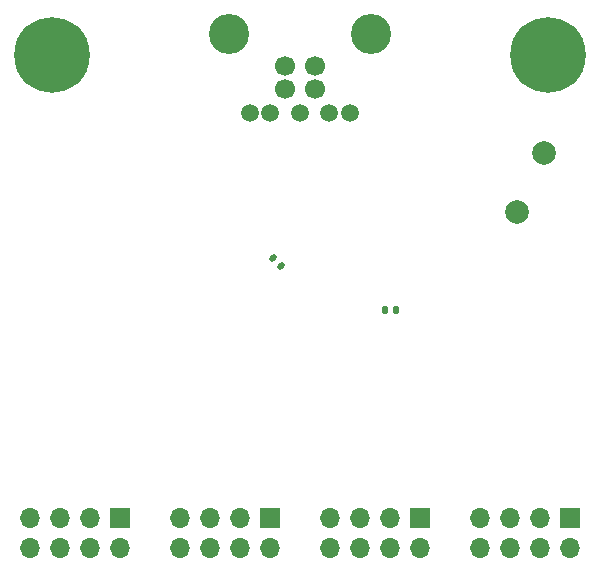
<source format=gbr>
%TF.GenerationSoftware,KiCad,Pcbnew,7.0.6*%
%TF.CreationDate,2023-10-15T13:38:33+02:00*%
%TF.ProjectId,fx3lahw,6678336c-6168-4772-9e6b-696361645f70,rev?*%
%TF.SameCoordinates,Original*%
%TF.FileFunction,Soldermask,Bot*%
%TF.FilePolarity,Negative*%
%FSLAX46Y46*%
G04 Gerber Fmt 4.6, Leading zero omitted, Abs format (unit mm)*
G04 Created by KiCad (PCBNEW 7.0.6) date 2023-10-15 13:38:33*
%MOMM*%
%LPD*%
G01*
G04 APERTURE LIST*
G04 Aperture macros list*
%AMRoundRect*
0 Rectangle with rounded corners*
0 $1 Rounding radius*
0 $2 $3 $4 $5 $6 $7 $8 $9 X,Y pos of 4 corners*
0 Add a 4 corners polygon primitive as box body*
4,1,4,$2,$3,$4,$5,$6,$7,$8,$9,$2,$3,0*
0 Add four circle primitives for the rounded corners*
1,1,$1+$1,$2,$3*
1,1,$1+$1,$4,$5*
1,1,$1+$1,$6,$7*
1,1,$1+$1,$8,$9*
0 Add four rect primitives between the rounded corners*
20,1,$1+$1,$2,$3,$4,$5,0*
20,1,$1+$1,$4,$5,$6,$7,0*
20,1,$1+$1,$6,$7,$8,$9,0*
20,1,$1+$1,$8,$9,$2,$3,0*%
G04 Aperture macros list end*
%ADD10C,1.700000*%
%ADD11C,1.500000*%
%ADD12C,3.400000*%
%ADD13R,1.700000X1.700000*%
%ADD14O,1.700000X1.700000*%
%ADD15C,6.400000*%
%ADD16RoundRect,0.140000X-0.140000X-0.170000X0.140000X-0.170000X0.140000X0.170000X-0.140000X0.170000X0*%
%ADD17C,2.000000*%
%ADD18RoundRect,0.140000X0.219203X0.021213X0.021213X0.219203X-0.219203X-0.021213X-0.021213X-0.219203X0*%
G04 APERTURE END LIST*
D10*
%TO.C,J1*%
X80985000Y-154384000D03*
X83485000Y-154384000D03*
X83485000Y-152384000D03*
X80985000Y-152384000D03*
D11*
X86485000Y-156384000D03*
X84735000Y-156384000D03*
X82235000Y-156384000D03*
X79735000Y-156384000D03*
X77985000Y-156384000D03*
D12*
X88255000Y-149674000D03*
X76215000Y-149674000D03*
%TD*%
D13*
%TO.C,J3*%
X79716000Y-190707371D03*
D14*
X79716000Y-193247371D03*
X77176000Y-190707371D03*
X77176000Y-193247371D03*
X74636000Y-190707371D03*
X74636000Y-193247371D03*
X72096000Y-190707371D03*
X72096000Y-193247371D03*
%TD*%
D13*
%TO.C,J5*%
X105116000Y-190707371D03*
D14*
X105116000Y-193247371D03*
X102576000Y-190707371D03*
X102576000Y-193247371D03*
X100036000Y-190707371D03*
X100036000Y-193247371D03*
X97496000Y-190707371D03*
X97496000Y-193247371D03*
%TD*%
D15*
%TO.C,H1*%
X61266000Y-151457371D03*
%TD*%
D13*
%TO.C,J4*%
X92416000Y-190707371D03*
D14*
X92416000Y-193247371D03*
X89876000Y-190707371D03*
X89876000Y-193247371D03*
X87336000Y-190707371D03*
X87336000Y-193247371D03*
X84796000Y-190707371D03*
X84796000Y-193247371D03*
%TD*%
D13*
%TO.C,J2*%
X67016000Y-190707371D03*
D14*
X67016000Y-193247371D03*
X64476000Y-190707371D03*
X64476000Y-193247371D03*
X61936000Y-190707371D03*
X61936000Y-193247371D03*
X59396000Y-190707371D03*
X59396000Y-193247371D03*
%TD*%
D15*
%TO.C,H2*%
X103266000Y-151457371D03*
%TD*%
D16*
%TO.C,C27*%
X89451864Y-173106974D03*
X90411864Y-173106974D03*
%TD*%
D17*
%TO.C,TP2*%
X102916000Y-159757371D03*
%TD*%
%TO.C,TP1*%
X100616000Y-164807371D03*
%TD*%
D18*
%TO.C,C16*%
X80682082Y-169373453D03*
X80003260Y-168694631D03*
%TD*%
M02*

</source>
